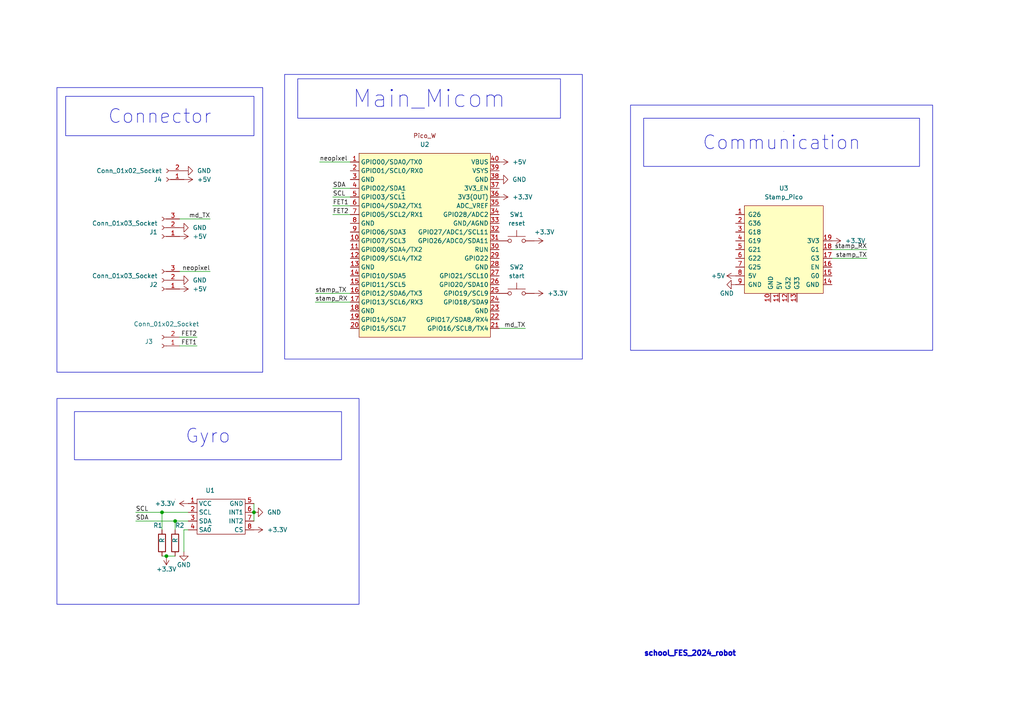
<source format=kicad_sch>
(kicad_sch (version 20230121) (generator eeschema)
  (paper "A4")
  (lib_symbols
    (symbol "Connector:Conn_01x02_Socket" (pin_names (offset 1.016) hide)
      (property "Reference" "J" (at 0 2.54 0))
      (property "Value" "Conn_01x02_Socket" (at 0 -5.08 0))
      (symbol "Conn_01x02_Socket_1_1"
        (arc (start 0 -2.032) (mid -0.5058 -2.54) (end 0 -3.048) (stroke (width 0.1524)))
        (polyline (pts (xy -1.27 -2.54) (xy -0.508 -2.54)) (stroke (width 0.1524)))
        (polyline (pts (xy -1.27 0) (xy -0.508 0)) (stroke (width 0.1524)))
        (arc (start 0 0.508) (mid -0.5058 0) (end 0 -0.508) (stroke (width 0.1524)))
        (pin passive line (at -5.08 0 0) (length 3.81) (name "Pin_1") (number "1"))
        (pin passive line (at -5.08 -2.54 0) (length 3.81) (name "Pin_2") (number "2"))
      )
    )
    (symbol "Connector:Conn_01x03_Socket" (pin_names (offset 1.016) hide)
      (property "Reference" "J" (at 0 5.08 0))
      (property "Value" "Conn_01x03_Socket" (at 0 -5.08 0))
      (symbol "Conn_01x03_Socket_1_1"
        (arc (start 0 -2.032) (mid -0.5058 -2.54) (end 0 -3.048) (stroke (width 0.1524)))
        (polyline (pts (xy -1.27 -2.54) (xy -0.508 -2.54)) (stroke (width 0.1524)))
        (polyline (pts (xy -1.27 0) (xy -0.508 0)) (stroke (width 0.1524)))
        (polyline (pts (xy -1.27 2.54) (xy -0.508 2.54)) (stroke (width 0.1524)))
        (arc (start 0 0.508) (mid -0.5058 0) (end 0 -0.508) (stroke (width 0.1524)))
        (arc (start 0 3.048) (mid -0.5058 2.54) (end 0 2.032) (stroke (width 0.1524)))
        (pin passive line (at -5.08 2.54 0) (length 3.81) (name "Pin_1") (number "1"))
        (pin passive line (at -5.08 0 0) (length 3.81) (name "Pin_2") (number "2"))
        (pin passive line (at -5.08 -2.54 0) (length 3.81) (name "Pin_3") (number "3"))
      )
    )
    (symbol "Device:R" (pin_numbers hide) (pin_names (offset 0))
      (property "Reference" "R" (at 2.032 0 90))
      (property "Value" "R" (at 0 0 90))
      (symbol "R_0_1"
        (rectangle (start -1.016 -2.54) (end 1.016 2.54) (stroke (width 0.254)))
      )
      (symbol "R_1_1"
        (pin passive line (at 0 3.81 270) (length 1.27) (name "~") (number "1"))
        (pin passive line (at 0 -3.81 90) (length 1.27) (name "~") (number "2"))
      )
    )
    (symbol "L3GD20H_Module:L3GD20H_module"
      (property "Reference" "U" (at 0 0 0))
      (symbol "L3GD20H_module_0_1"
        (rectangle (start -12.7 5.08) (end -12.7 5.08))
        (rectangle (start -6.35 5.08) (end 7.62 -5.08))
      )
      (symbol "L3GD20H_module_1_1"
        (pin power_in line (at -8.89 3.81 0) (length 2.54) (name "VCC") (number "1"))
        (pin output line (at -8.89 1.27 0) (length 2.54) (name "SCL") (number "2"))
        (pin output line (at -8.89 -1.27 0) (length 2.54) (name "SDA") (number "3"))
        (pin output line (at -8.89 -3.81 0) (length 2.54) (name "SA0") (number "4"))
        (pin output line (at 10.16 3.81 180) (length 2.54) (name "GND") (number "5"))
        (pin output line (at 10.16 1.27 180) (length 2.54) (name "INT1") (number "6"))
        (pin output line (at 10.16 -1.27 180) (length 2.54) (name "INT2") (number "7"))
        (pin output line (at 10.16 -3.81 180) (length 2.54) (name "CS") (number "8"))
      )
    )
    (symbol "Pico_W:Pico_W"
      (property "Reference" "U?" (at 0 3.81 0))
      (property "Value" "~" (at -6.35 -10.16 0))
      (symbol "Pico_W_1_1"
        (rectangle (start -19.05 1.27) (end 19.05 -52.07) (fill (type background)))
        (text "Pico_W" (at 0 6.35 0) (effects (font (size 1.27 1.27))))
        (pin bidirectional line (at -21.59 -1.27 0) (length 2.54) (name "GPIO00/SDA0/TX0") (number "1"))
        (pin bidirectional line (at -21.59 -24.13 0) (length 2.54) (name "GPIO07/SCL3") (number "10"))
        (pin bidirectional line (at -21.59 -26.67 0) (length 2.54) (name "GPIO08/SDA4/TX2") (number "11"))
        (pin bidirectional line (at -21.59 -29.21 0) (length 2.54) (name "GPIO09/SCL4/TX2") (number "12"))
        (pin power_in line (at -21.59 -31.75 0) (length 2.54) (name "GND") (number "13"))
        (pin bidirectional line (at -21.59 -34.29 0) (length 2.54) (name "GPIO10/SDA5") (number "14"))
        (pin bidirectional line (at -21.59 -36.83 0) (length 2.54) (name "GPIO11/SCL5") (number "15"))
        (pin bidirectional line (at -21.59 -39.37 0) (length 2.54) (name "GPIO12/SDA6/TX3") (number "16"))
        (pin bidirectional line (at -21.59 -41.91 0) (length 2.54) (name "GPIO13/SCL6/RX3") (number "17"))
        (pin power_in line (at -21.59 -44.45 0) (length 2.54) (name "GND") (number "18"))
        (pin bidirectional line (at -21.59 -46.99 0) (length 2.54) (name "GPIO14/SDA7") (number "19"))
        (pin bidirectional line (at -21.59 -3.81 0) (length 2.54) (name "GPIO01/SCL0/RX0") (number "2"))
        (pin bidirectional line (at -21.59 -49.53 0) (length 2.54) (name "GPIO15/SCL7") (number "20"))
        (pin bidirectional line (at 21.59 -49.53 180) (length 2.54) (name "GPIO16/SCL8/TX4") (number "21"))
        (pin bidirectional line (at 21.59 -46.99 180) (length 2.54) (name "GPIO17/SDA8/RX4") (number "22"))
        (pin power_in line (at 21.59 -44.45 180) (length 2.54) (name "GND") (number "23"))
        (pin bidirectional line (at 21.59 -41.91 180) (length 2.54) (name "GPIO18/SDA9") (number "24"))
        (pin bidirectional line (at 21.59 -39.37 180) (length 2.54) (name "GPIO19/SCL9") (number "25"))
        (pin bidirectional line (at 21.59 -36.83 180) (length 2.54) (name "GPIO20/SDA10") (number "26"))
        (pin bidirectional line (at 21.59 -34.29 180) (length 2.54) (name "GPIO21/SCL10") (number "27"))
        (pin power_in line (at 21.59 -31.75 180) (length 2.54) (name "GND") (number "28"))
        (pin bidirectional line (at 21.59 -29.21 180) (length 2.54) (name "GPIO22") (number "29"))
        (pin power_in line (at -21.59 -6.35 0) (length 2.54) (name "GND") (number "3"))
        (pin bidirectional line (at 21.59 -26.67 180) (length 2.54) (name "RUN") (number "30"))
        (pin bidirectional line (at 21.59 -24.13 180) (length 2.54) (name "GPIO26/ADC0/SDA11") (number "31"))
        (pin bidirectional line (at 21.59 -21.59 180) (length 2.54) (name "GPIO27/ADC1/SCL11") (number "32"))
        (pin bidirectional line (at 21.59 -19.05 180) (length 2.54) (name "GND/AGND") (number "33"))
        (pin bidirectional line (at 21.59 -16.51 180) (length 2.54) (name "GPIO28/ADC2") (number "34"))
        (pin bidirectional line (at 21.59 -13.97 180) (length 2.54) (name "ADC_VREF") (number "35"))
        (pin power_out line (at 21.59 -11.43 180) (length 2.54) (name "3V3(OUT)") (number "36"))
        (pin power_in line (at 21.59 -8.89 180) (length 2.54) (name "3V3_EN") (number "37"))
        (pin power_in line (at 21.59 -6.35 180) (length 2.54) (name "GND") (number "38"))
        (pin power_in line (at 21.59 -3.81 180) (length 2.54) (name "VSYS") (number "39"))
        (pin bidirectional line (at -21.59 -8.89 0) (length 2.54) (name "GPIO02/SDA1") (number "4"))
        (pin power_in line (at 21.59 -1.27 180) (length 2.54) (name "VBUS") (number "40"))
        (pin bidirectional line (at -21.59 -11.43 0) (length 2.54) (name "GPIO03/SCL1") (number "5"))
        (pin bidirectional line (at -21.59 -13.97 0) (length 2.54) (name "GPIO04/SDA2/TX1") (number "6"))
        (pin bidirectional line (at -21.59 -16.51 0) (length 2.54) (name "GPIO05/SCL2/RX1") (number "7"))
        (pin power_in line (at -21.59 -19.05 0) (length 2.54) (name "GND") (number "8"))
        (pin bidirectional line (at -21.59 -21.59 0) (length 2.54) (name "GPIO06/SDA3") (number "9"))
      )
    )
    (symbol "StampPico_template:Stamp_Pico" (pin_names (offset 1.016))
      (property "Reference" "U" (at -10.16 16.51 0))
      (property "Value" "Stamp_Pico" (at -5.08 13.97 0))
      (symbol "Stamp_Pico_0_1"
        (rectangle (start -11.43 12.7) (end 11.43 -12.7) (fill (type background)))
      )
      (symbol "Stamp_Pico_1_1"
        (pin bidirectional line (at -13.97 10.16 0) (length 2.54) (name "G26") (number "1"))
        (pin power_in line (at -3.81 -15.24 90) (length 2.54) (name "GND") (number "10"))
        (pin power_in line (at -1.27 -15.24 90) (length 2.54) (name "5V") (number "11"))
        (pin bidirectional line (at 1.27 -15.24 90) (length 2.54) (name "G32") (number "12"))
        (pin bidirectional line (at 3.81 -15.24 90) (length 2.54) (name "G33") (number "13"))
        (pin power_in line (at 13.97 -10.16 180) (length 2.54) (name "GND") (number "14"))
        (pin bidirectional line (at 13.97 -7.62 180) (length 2.54) (name "G0") (number "15"))
        (pin bidirectional line (at 13.97 -5.08 180) (length 2.54) (name "EN") (number "16"))
        (pin bidirectional line (at 13.97 -2.54 180) (length 2.54) (name "G3") (number "17"))
        (pin bidirectional line (at 13.97 0 180) (length 2.54) (name "G1") (number "18"))
        (pin power_in line (at 13.97 2.54 180) (length 2.54) (name "3V3") (number "19"))
        (pin bidirectional line (at -13.97 7.62 0) (length 2.54) (name "G36") (number "2"))
        (pin bidirectional line (at -13.97 5.08 0) (length 2.54) (name "G18") (number "3"))
        (pin bidirectional line (at -13.97 2.54 0) (length 2.54) (name "G19") (number "4"))
        (pin bidirectional line (at -13.97 0 0) (length 2.54) (name "G21") (number "5"))
        (pin bidirectional line (at -13.97 -2.54 0) (length 2.54) (name "G22") (number "6"))
        (pin bidirectional line (at -13.97 -5.08 0) (length 2.54) (name "G25") (number "7"))
        (pin power_in line (at -13.97 -7.62 0) (length 2.54) (name "5V") (number "8"))
        (pin power_in line (at -13.97 -10.16 0) (length 2.54) (name "GND") (number "9"))
      )
    )
    (symbol "Switch:SW_Push" (pin_numbers hide) (pin_names (offset 1.016) hide)
      (property "Reference" "SW" (at 1.27 2.54 0))
      (property "Value" "SW_Push" (at 0 -1.524 0))
      (symbol "SW_Push_0_1"
        (circle (center -2.032 0) (radius 0.508))
        (polyline (pts (xy 0 1.27) (xy 0 3.048)))
        (polyline (pts (xy 2.54 1.27) (xy -2.54 1.27)))
        (circle (center 2.032 0) (radius 0.508))
        (pin passive line (at -5.08 0 0) (length 2.54) (name "1") (number "1"))
        (pin passive line (at 5.08 0 180) (length 2.54) (name "2") (number "2"))
      )
    )
    (symbol "power:+3.3V" (power) (pin_names (offset 0))
      (property "Value" "+3.3V" (at 0 3.556 0))
      (symbol "+3.3V_0_1"
        (polyline (pts (xy -0.762 1.27) (xy 0 2.54)))
        (polyline (pts (xy 0 0) (xy 0 2.54)))
        (polyline (pts (xy 0 2.54) (xy 0.762 1.27)))
      )
      (symbol "+3.3V_1_1"
        (pin power_in line (at 0 0 90) (length 0) hide (name "+3.3V") (number "1"))
      )
    )
    (symbol "power:+5V" (power) (pin_names (offset 0))
      (property "Value" "+5V" (at 0 3.556 0))
      (symbol "+5V_0_1"
        (polyline (pts (xy -0.762 1.27) (xy 0 2.54)))
        (polyline (pts (xy 0 0) (xy 0 2.54)))
        (polyline (pts (xy 0 2.54) (xy 0.762 1.27)))
      )
      (symbol "+5V_1_1"
        (pin power_in line (at 0 0 90) (length 0) hide (name "+5V") (number "1"))
      )
    )
    (symbol "power:GND" (power) (pin_names (offset 0))
      (property "Value" "GND" (at 0 -3.81 0))
      (symbol "GND_0_1"
        (polyline (pts (xy 0 0) (xy 0 -1.27) (xy 1.27 -1.27) (xy 0 -2.54) (xy -1.27 -1.27) (xy 0 -1.27)))
      )
      (symbol "GND_1_1"
        (pin power_in line (at 0 0 270) (length 0) hide (name "GND") (number "1"))
      )
    )
  )
  (junction (at 50.8 151.13))
  (junction (at 48.26 161.29))
  (junction (at 46.99 148.59))
  (junction (at 73.66 148.59))
  (wire (pts (xy 251.46 74.93) (xy 241.3 74.93)))
  (wire (pts (xy 50.8 151.13) (xy 50.8 153.67)))
  (wire (pts (xy 96.52 62.23) (xy 101.6 62.23)))
  (wire (pts (xy 46.99 148.59) (xy 54.61 148.59)))
  (wire (pts (xy 57.15 97.79) (xy 52.07 97.79)))
  (wire (pts (xy 73.66 148.59) (xy 73.66 151.13)))
  (wire (pts (xy 48.26 161.29) (xy 50.8 161.29)))
  (wire (pts (xy 46.99 161.29) (xy 48.26 161.29)))
  (wire (pts (xy 50.8 151.13) (xy 54.61 151.13)))
  (wire (pts (xy 60.96 78.74) (xy 52.07 78.74)))
  (wire (pts (xy 251.46 72.39) (xy 241.3 72.39)))
  (wire (pts (xy 53.34 153.67) (xy 54.61 153.67)))
  (wire (pts (xy 73.66 146.05) (xy 73.66 148.59)))
  (wire (pts (xy 92.71 46.99) (xy 101.6 46.99)))
  (wire (pts (xy 96.52 59.69) (xy 101.6 59.69)))
  (wire (pts (xy 91.44 85.09) (xy 101.6 85.09)))
  (wire (pts (xy 91.44 87.63) (xy 101.6 87.63)))
  (wire (pts (xy 53.34 160.02) (xy 53.34 153.67)))
  (wire (pts (xy 39.37 151.13) (xy 50.8 151.13)))
  (wire (pts (xy 46.99 148.59) (xy 46.99 153.67)))
  (wire (pts (xy 39.37 148.59) (xy 46.99 148.59)))
  (wire (pts (xy 96.52 57.15) (xy 101.6 57.15)))
  (wire (pts (xy 57.15 100.33) (xy 52.07 100.33)))
  (wire (pts (xy 144.78 95.25) (xy 152.4 95.25)))
  (wire (pts (xy 60.96 63.5) (xy 52.07 63.5)))
  (wire (pts (xy 96.52 54.61) (xy 101.6 54.61)))
  (rectangle (start 82.55 21.59) (end 168.91 104.14))
  (rectangle (start 182.88 30.48) (end 270.51 101.6))
  (rectangle (start 16.51 115.57) (end 104.14 175.26))
  (rectangle (start 16.51 25.4) (end 76.2 107.95))
  (text_box "Main_Micom" (at 86.36 22.86 0) (size 76.2 11.43) (effects (font (size 5 5))))
  (text_box "Communication" (at 186.69 34.29 0) (size 80.01 13.97) (effects (font (size 4 4))))
  (text_box "" (at 227.33 38.1 0) (size 0 0) (effects (font (size 4 4)) (justify top)))
  (text_box "Connector" (at 19.05 27.94 0) (size 54.61 11.43) (effects (font (size 4 4))))
  (text_box "Gyro" (at 21.59 119.38 0) (size 77.47 13.97) (effects (font (size 4 4))))
  (text "school_FES_2024_robot" (at 186.69 190.5 0) (effects (font (size 1.5 1.5) (thickness 0.4) bold) (justify left bottom)))
  (label "SCL" (at 96.52 57.15 0))
  (label "stamp_TX" (at 251.46 74.93 180))
  (label "FET2" (at 57.15 97.79 180))
  (label "stamp_RX" (at 91.44 87.63 0))
  (label "neopixel" (at 60.96 78.74 180))
  (label "stamp_RX" (at 251.46 72.39 180))
  (label "SDA" (at 96.52 54.61 0))
  (label "md_TX" (at 60.96 63.5 180))
  (label "FET2" (at 96.52 62.23 0))
  (label "FET1" (at 57.15 100.33 180))
  (label "neopixel" (at 92.71 46.99 0))
  (label "md_TX" (at 152.4 95.25 180))
  (label "SDA" (at 39.37 151.13 0))
  (label "FET1" (at 96.52 59.69 0))
  (label "SCL" (at 39.37 148.59 0))
  (label "stamp_TX" (at 91.44 85.09 0))
  (symbol (lib_id "power:+3.3V") (at 154.94 69.85 270) (unit 1)
    (property "Reference" "#PWR015" (effects hide))
    (property "Value" "+3.3V" (at 154.94 67.31 90) (effects (justify left)))
  )
  (symbol (lib_id "Switch:SW_Push") (at 149.86 85.09 0) (unit 1)
    (property "Reference" "SW2" (at 149.86 77.47 0))
    (property "Value" "start" (at 149.86 80.01 0))
    (property "Footprint" "Button_Switch_THT:SW_PUSH-12mm_Wuerth-430476085716" (effects hide))
  )
  (symbol (lib_id "power:GND") (at 213.36 82.55 270) (unit 1)
    (property "Reference" "#PWR018" (effects hide))
    (property "Value" "GND" (at 210.82 85.09 90))
  )
  (symbol (lib_id "Pico_W:Pico_W") (at 123.19 45.72 0) (unit 1)
    (property "Reference" "U2" (at 123.19 41.91 0))
    (property "Value" "~" (at 116.84 55.88 0))
    (property "Footprint" "Pico_W:Pico_W" (effects hide))
  )
  (symbol (lib_id "power:+5V") (at 144.78 46.99 270) (unit 1)
    (property "Reference" "#PWR012" (effects hide))
    (property "Value" "+5V" (at 148.59 46.99 90) (effects (justify left)))
  )
  (symbol (lib_id "power:+3.3V") (at 48.26 161.29 180) (unit 1)
    (property "Reference" "#PWR01" (effects hide))
    (property "Value" "+3.3V" (at 48.26 165.1 0))
  )
  (symbol (lib_id "L3GD20H_Module:L3GD20H_module") (at 63.5 149.86 0) (unit 1)
    (property "Reference" "U1" (at 60.96 142.24 0))
    (property "Value" "~" (at 60.96 152.4 0))
    (property "Footprint" "L3GD20H_Module:L3GD20H_Module_KiCad6.0" (effects hide))
  )
  (symbol (lib_id "power:GND") (at 52.07 66.04 90) (unit 1)
    (property "Reference" "#PWR02" (effects hide))
    (property "Value" "GND" (at 55.88 66.04 90) (effects (justify right)))
  )
  (symbol (lib_id "power:GND") (at 52.07 81.28 90) (unit 1)
    (property "Reference" "#PWR04" (effects hide))
    (property "Value" "GND" (at 55.88 81.28 90) (effects (justify right)))
  )
  (symbol (lib_id "power:+3.3V") (at 154.94 85.09 270) (unit 1)
    (property "Reference" "#PWR016" (effects hide))
    (property "Value" "+3.3V" (at 158.75 85.09 90) (effects (justify left)))
  )
  (symbol (lib_id "Device:R") (at 50.8 157.48 180) (unit 1)
    (property "Reference" "R2" (at 50.8 152.4 0) (effects (justify right)))
    (property "Value" "R" (at 50.8 157.48 90) (effects (justify right)))
    (property "Footprint" "Resistor_THT:R_Axial_DIN0204_L3.6mm_D1.6mm_P5.08mm_Horizontal" (effects hide))
  )
  (symbol (lib_id "power:+3.3V") (at 54.61 146.05 90) (unit 1)
    (property "Reference" "#PWR09" (effects hide))
    (property "Value" "+3.3V" (at 50.8 146.05 90) (effects (justify left)))
  )
  (symbol (lib_id "Connector:Conn_01x03_Socket") (at 46.99 66.04 180) (unit 1)
    (property "Reference" "J1" (at 45.72 67.31 0) (effects (justify left)))
    (property "Value" "Conn_01x03_Socket" (at 45.72 64.77 0) (effects (justify left)))
    (property "Footprint" "Connector_JST:JST_XH_S3B-XH-A_1x03_P2.50mm_Horizontal" (effects hide))
  )
  (symbol (lib_id "power:+3.3V") (at 241.3 69.85 270) (unit 1)
    (property "Reference" "#PWR019" (effects hide))
    (property "Value" "+3.3V" (at 245.11 69.85 90) (effects (justify left)))
  )
  (symbol (lib_id "StampPico_template:Stamp_Pico") (at 227.33 72.39 0) (unit 1)
    (property "Reference" "U3" (at 227.33 54.61 0))
    (property "Value" "Stamp_Pico" (at 227.33 57.15 0))
    (property "Footprint" "_Others:StampPico_template" (effects hide))
  )
  (symbol (lib_id "power:GND") (at 144.78 52.07 90) (unit 1)
    (property "Reference" "#PWR013" (effects hide))
    (property "Value" "GND" (at 148.59 52.07 90) (effects (justify right)))
  )
  (symbol (lib_id "power:+5V") (at 52.07 83.82 270) (unit 1)
    (property "Reference" "#PWR05" (effects hide))
    (property "Value" "+5V" (at 55.88 83.82 90) (effects (justify left)))
  )
  (symbol (lib_id "power:+5V") (at 53.34 52.07 270) (unit 1)
    (property "Reference" "#PWR07" (effects hide))
    (property "Value" "+5V" (at 57.15 52.07 90) (effects (justify left)))
  )
  (symbol (lib_id "power:+5V") (at 52.07 68.58 270) (unit 1)
    (property "Reference" "#PWR03" (effects hide))
    (property "Value" "+5V" (at 55.88 68.58 90) (effects (justify left)))
  )
  (symbol (lib_id "power:GND") (at 53.34 160.02 0) (unit 1)
    (property "Reference" "#PWR08" (effects hide))
    (property "Value" "GND" (at 53.34 163.83 0))
  )
  (symbol (lib_id "Switch:SW_Push") (at 149.86 69.85 0) (unit 1)
    (property "Reference" "SW1" (at 149.86 62.23 0))
    (property "Value" "reset" (at 149.86 64.77 0))
    (property "Footprint" "Button_Switch_THT:SW_PUSH-12mm_Wuerth-430476085716" (effects hide))
  )
  (symbol (lib_id "Connector:Conn_01x02_Socket") (at 48.26 52.07 180) (unit 1)
    (property "Reference" "J4" (at 46.99 52.07 0) (effects (justify left)))
    (property "Value" "Conn_01x02_Socket" (at 46.99 49.53 0) (effects (justify left)))
    (property "Footprint" "Connector_JST:JST_XH_S2B-XH-A_1x02_P2.50mm_Horizontal" (effects hide))
  )
  (symbol (lib_id "Connector:Conn_01x02_Socket") (at 46.99 100.33 180) (unit 1)
    (property "Reference" "J3" (at 43.18 99.06 0))
    (property "Value" "Conn_01x02_Socket" (at 48.26 93.98 0))
    (property "Footprint" "Connector_JST:JST_XH_S2B-XH-A_1x02_P2.50mm_Horizontal" (effects hide))
  )
  (symbol (lib_id "power:+5V") (at 213.36 80.01 90) (unit 1)
    (property "Reference" "#PWR017" (effects hide))
    (property "Value" "+5V" (at 208.28 80.01 90))
  )
  (symbol (lib_id "power:+3.3V") (at 144.78 57.15 270) (unit 1)
    (property "Reference" "#PWR014" (effects hide))
    (property "Value" "+3.3V" (at 148.59 57.15 90) (effects (justify left)))
  )
  (symbol (lib_id "power:+3.3V") (at 73.66 153.67 270) (unit 1)
    (property "Reference" "#PWR011" (effects hide))
    (property "Value" "+3.3V" (at 77.47 153.67 90) (effects (justify left)))
  )
  (symbol (lib_id "Connector:Conn_01x03_Socket") (at 46.99 81.28 180) (unit 1)
    (property "Reference" "J2" (at 45.72 82.55 0) (effects (justify left)))
    (property "Value" "Conn_01x03_Socket" (at 45.72 80.01 0) (effects (justify left)))
    (property "Footprint" "Connector_JST:JST_XH_B3B-XH-A_1x03_P2.50mm_Vertical" (effects hide))
  )
  (symbol (lib_id "power:GND") (at 73.66 148.59 90) (unit 1)
    (property "Reference" "#PWR010" (effects hide))
    (property "Value" "GND" (at 77.47 148.59 90) (effects (justify right)))
  )
  (symbol (lib_id "power:GND") (at 53.34 49.53 90) (unit 1)
    (property "Reference" "#PWR06" (effects hide))
    (property "Value" "GND" (at 57.15 49.53 90) (effects (justify right)))
  )
  (symbol (lib_id "Device:R") (at 46.99 157.48 0) (unit 1)
    (property "Reference" "R1" (at 44.45 152.4 0) (effects (justify left)))
    (property "Value" "R" (at 46.99 157.48 90) (effects (justify left)))
    (property "Footprint" "Resistor_THT:R_Axial_DIN0204_L3.6mm_D1.6mm_P5.08mm_Horizontal" (effects hide))
  )
)
</source>
